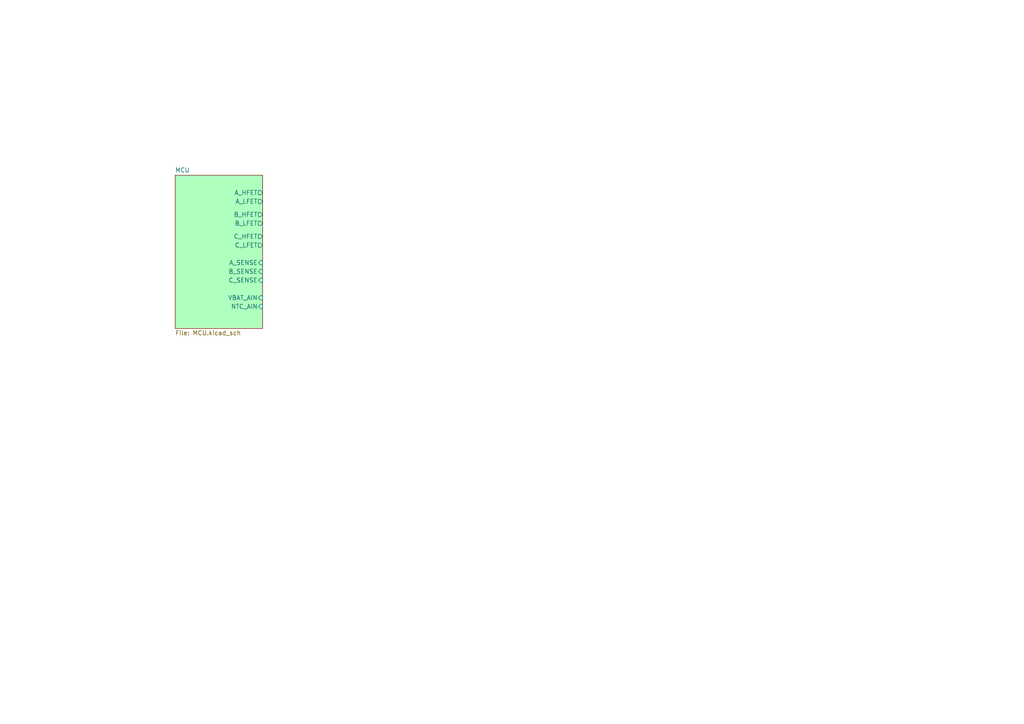
<source format=kicad_sch>
(kicad_sch (version 20211123) (generator eeschema)

  (uuid b6d3735f-4c90-4b13-8a59-d00862ca760c)

  (paper "A4")

  (lib_symbols
  )


  (sheet (at 50.8 50.8) (size 25.4 44.45) (fields_autoplaced)
    (stroke (width 0.1524) (type solid) (color 0 0 0 0))
    (fill (color 175 255 191 1.0000))
    (uuid 0efb9293-af2b-4951-be8b-c2bbb9c050db)
    (property "Sheet name" "MCU" (id 0) (at 50.8 50.0884 0)
      (effects (font (size 1.27 1.27)) (justify left bottom))
    )
    (property "Sheet file" "MCU.kicad_sch" (id 1) (at 50.8 95.8346 0)
      (effects (font (size 1.27 1.27)) (justify left top))
    )
    (pin "VBAT_AIN" input (at 76.2 86.36 0)
      (effects (font (size 1.27 1.27)) (justify right))
      (uuid 0a6573ad-a0d9-4875-aac4-aa0d5a7d8323)
    )
    (pin "NTC_AIN" input (at 76.2 88.9 0)
      (effects (font (size 1.27 1.27)) (justify right))
      (uuid 340f420b-f324-45b9-ad31-d9f5d343047b)
    )
    (pin "B_LFET" output (at 76.2 64.77 0)
      (effects (font (size 1.27 1.27)) (justify right))
      (uuid 19cd2629-d465-4c25-9bed-256376aadbc7)
    )
    (pin "B_HFET" output (at 76.2 62.23 0)
      (effects (font (size 1.27 1.27)) (justify right))
      (uuid c39f1c73-8f3f-4eeb-8cbe-5472dd74db48)
    )
    (pin "C_HFET" output (at 76.2 68.58 0)
      (effects (font (size 1.27 1.27)) (justify right))
      (uuid bc1f3310-aeff-4ab5-b56a-1dec4ff15bc7)
    )
    (pin "A_LFET" output (at 76.2 58.42 0)
      (effects (font (size 1.27 1.27)) (justify right))
      (uuid 7e67f449-2c67-4f32-b145-acaba479f256)
    )
    (pin "C_LFET" output (at 76.2 71.12 0)
      (effects (font (size 1.27 1.27)) (justify right))
      (uuid a9663b9b-3bcb-4655-8153-7514e36c8666)
    )
    (pin "A_SENSE" input (at 76.2 76.2 0)
      (effects (font (size 1.27 1.27)) (justify right))
      (uuid 7e6504ee-9bb0-4d5c-ad9c-45ed90629619)
    )
    (pin "B_SENSE" input (at 76.2 78.74 0)
      (effects (font (size 1.27 1.27)) (justify right))
      (uuid 3010550a-42a3-43df-871a-5c49573a744c)
    )
    (pin "C_SENSE" input (at 76.2 81.28 0)
      (effects (font (size 1.27 1.27)) (justify right))
      (uuid 248f2498-c1cf-464e-830a-71e8bfe2ac8a)
    )
    (pin "A_HFET" output (at 76.2 55.88 0)
      (effects (font (size 1.27 1.27)) (justify right))
      (uuid 7f7fa7a7-7d47-4f1b-983f-740717528d45)
    )
  )

  (sheet_instances
    (path "/" (page "1"))
    (path "/0efb9293-af2b-4951-be8b-c2bbb9c050db" (page "2"))
  )

  (symbol_instances
    (path "/0efb9293-af2b-4951-be8b-c2bbb9c050db/2790ea62-b87c-4368-91dd-07cfef8fd569"
      (reference "#PWR?") (unit 1) (value "+5V") (footprint "")
    )
    (path "/0efb9293-af2b-4951-be8b-c2bbb9c050db/2e1700ff-070e-4a41-a4a3-4356582b7de7"
      (reference "#PWR?") (unit 1) (value "GND") (footprint "")
    )
    (path "/0efb9293-af2b-4951-be8b-c2bbb9c050db/3f2aff24-d405-494e-a9f5-fc0bb18f1b25"
      (reference "#PWR?") (unit 1) (value "+5V") (footprint "")
    )
    (path "/0efb9293-af2b-4951-be8b-c2bbb9c050db/61b49617-a56e-4de8-b216-6e03e4cc29b6"
      (reference "#PWR?") (unit 1) (value "+5V") (footprint "")
    )
    (path "/0efb9293-af2b-4951-be8b-c2bbb9c050db/86977e70-5bb3-4a43-aadb-b73b7a255f17"
      (reference "#PWR?") (unit 1) (value "GND") (footprint "")
    )
    (path "/0efb9293-af2b-4951-be8b-c2bbb9c050db/87ce4190-2893-4fd2-865c-bde364fd9084"
      (reference "#PWR?") (unit 1) (value "GND") (footprint "")
    )
    (path "/0efb9293-af2b-4951-be8b-c2bbb9c050db/97b635b6-0af6-43bf-813b-a3a236c32e1f"
      (reference "#PWR?") (unit 1) (value "+5V") (footprint "")
    )
    (path "/0efb9293-af2b-4951-be8b-c2bbb9c050db/cbbaa2e6-4815-4ac2-9543-8f454f475477"
      (reference "#PWR?") (unit 1) (value "GND") (footprint "")
    )
    (path "/0efb9293-af2b-4951-be8b-c2bbb9c050db/cbfe5b1c-4bc3-4d61-96da-134b9d30ba8c"
      (reference "#PWR?") (unit 1) (value "+5V") (footprint "")
    )
    (path "/0efb9293-af2b-4951-be8b-c2bbb9c050db/cf8b04d1-58bf-452a-beb1-1f15c2969c79"
      (reference "#PWR?") (unit 1) (value "GND") (footprint "")
    )
    (path "/0efb9293-af2b-4951-be8b-c2bbb9c050db/398ea0a6-f9fe-486c-b3fc-845ffb587082"
      (reference "C?") (unit 1) (value "100n") (footprint "C_Capacitor:C_0603")
    )
    (path "/0efb9293-af2b-4951-be8b-c2bbb9c050db/41a54d32-c902-45a5-8f22-2aab97efcfe0"
      (reference "C?") (unit 1) (value "100n") (footprint "C_Capacitor:C_0603")
    )
    (path "/0efb9293-af2b-4951-be8b-c2bbb9c050db/8c6402f6-d1cd-48f0-83e7-512278a420e6"
      (reference "C?") (unit 1) (value "100n") (footprint "C_Capacitor:C_0603")
    )
    (path "/0efb9293-af2b-4951-be8b-c2bbb9c050db/b528b82a-8790-4aed-8822-92aad1c1cce9"
      (reference "C?") (unit 1) (value "100n") (footprint "C_Capacitor:C_0603")
    )
    (path "/0efb9293-af2b-4951-be8b-c2bbb9c050db/d2c77160-ff94-4c27-8994-8ee0fbce11da"
      (reference "U?") (unit 1) (value "ATMEGA8A-AN") (footprint "U_IC:LQFP32_08_7x7")
    )
    (path "/0efb9293-af2b-4951-be8b-c2bbb9c050db/b0d2194d-f738-4ed9-b6dc-9c3215274cde"
      (reference "Y?") (unit 1) (value "CSTNE16M0V530000R0") (footprint "Y_Oscillator:Oscillator_SMD3_3.2x1.3")
    )
  )
)

</source>
